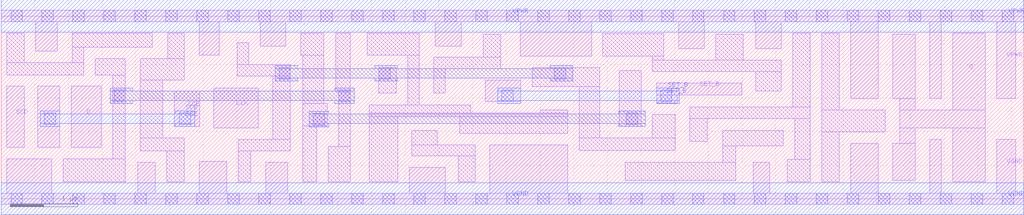
<source format=lef>
# Copyright 2020 The SkyWater PDK Authors
#
# Licensed under the Apache License, Version 2.0 (the "License");
# you may not use this file except in compliance with the License.
# You may obtain a copy of the License at
#
#     https://www.apache.org/licenses/LICENSE-2.0
#
# Unless required by applicable law or agreed to in writing, software
# distributed under the License is distributed on an "AS IS" BASIS,
# WITHOUT WARRANTIES OR CONDITIONS OF ANY KIND, either express or implied.
# See the License for the specific language governing permissions and
# limitations under the License.
#
# SPDX-License-Identifier: Apache-2.0

VERSION 5.7 ;
  NAMESCASESENSITIVE ON ;
  NOWIREEXTENSIONATPIN ON ;
  DIVIDERCHAR "/" ;
  BUSBITCHARS "[]" ;
UNITS
  DATABASE MICRONS 200 ;
END UNITS
PROPERTYDEFINITIONS
  MACRO maskLayoutSubType STRING ;
  MACRO prCellType STRING ;
  MACRO originalViewName STRING ;
END PROPERTYDEFINITIONS
MACRO sky130_fd_sc_hdll__sdfstp_4
  CLASS CORE ;
  FOREIGN sky130_fd_sc_hdll__sdfstp_4 ;
  ORIGIN  0.000000  0.000000 ;
  SIZE  15.18000 BY  2.720000 ;
  SYMMETRY X Y R90 ;
  SITE unithd ;
  PIN CLK
    ANTENNAGATEAREA  0.178200 ;
    DIRECTION INPUT ;
    USE SIGNAL ;
    PORT
      LAYER li1 ;
        RECT 3.155000 1.055000 3.815000 1.650000 ;
    END
  END CLK
  PIN D
    ANTENNAGATEAREA  0.178200 ;
    DIRECTION INPUT ;
    USE SIGNAL ;
    PORT
      LAYER li1 ;
        RECT 1.040000 0.765000 1.485000 1.675000 ;
    END
  END D
  PIN Q
    ANTENNADIFFAREA  0.996000 ;
    DIRECTION OUTPUT ;
    USE SIGNAL ;
    PORT
      LAYER li1 ;
        RECT 13.240000 0.275000 13.570000 0.825000 ;
        RECT 13.240000 1.495000 13.570000 2.450000 ;
        RECT 13.345000 0.825000 13.570000 1.055000 ;
        RECT 13.345000 1.055000 14.610000 1.325000 ;
        RECT 13.345000 1.325000 13.570000 1.495000 ;
        RECT 14.130000 0.255000 14.610000 1.055000 ;
        RECT 14.130000 1.325000 14.610000 2.465000 ;
    END
  END Q
  PIN SCD
    ANTENNAGATEAREA  0.178200 ;
    DIRECTION INPUT ;
    USE SIGNAL ;
    PORT
      LAYER li1 ;
        RECT 0.085000 0.765000 0.340000 1.675000 ;
    END
  END SCD
  PIN SCE
    ANTENNAGATEAREA  0.356400 ;
    DIRECTION INPUT ;
    USE SIGNAL ;
    PORT
      LAYER li1 ;
        RECT 0.540000 0.765000 0.870000 1.675000 ;
        RECT 2.570000 1.075000 2.950000 1.600000 ;
      LAYER mcon ;
        RECT 0.640000 1.105000 0.810000 1.275000 ;
        RECT 2.645000 1.105000 2.815000 1.275000 ;
      LAYER met1 ;
        RECT 0.580000 1.075000 0.870000 1.120000 ;
        RECT 0.580000 1.120000 2.875000 1.260000 ;
        RECT 0.580000 1.260000 0.870000 1.305000 ;
        RECT 2.585000 1.075000 2.875000 1.120000 ;
        RECT 2.585000 1.260000 2.875000 1.305000 ;
    END
  END SCE
  PIN SET_B
    ANTENNAGATEAREA  0.277200 ;
    DIRECTION INPUT ;
    USE SIGNAL ;
    PORT
      LAYER li1 ;
        RECT 7.190000 1.445000  7.715000 1.765000 ;
        RECT 9.730000 1.425000 10.035000 1.545000 ;
        RECT 9.730000 1.545000 10.995000 1.725000 ;
      LAYER mcon ;
        RECT 7.435000 1.445000 7.605000 1.615000 ;
        RECT 9.790000 1.445000 9.960000 1.615000 ;
      LAYER met1 ;
        RECT 7.375000 1.415000  7.715000 1.460000 ;
        RECT 7.375000 1.460000 10.070000 1.600000 ;
        RECT 7.375000 1.600000  7.715000 1.645000 ;
        RECT 9.730000 1.415000 10.070000 1.460000 ;
        RECT 9.730000 1.600000 10.070000 1.645000 ;
    END
  END SET_B
  PIN VGND
    DIRECTION INOUT ;
    USE GROUND ;
    PORT
      LAYER li1 ;
        RECT  0.000000 -0.085000 15.180000 0.085000 ;
        RECT  0.085000  0.085000  0.750000 0.595000 ;
        RECT  2.025000  0.085000  2.290000 0.545000 ;
        RECT  2.940000  0.085000  3.350000 0.555000 ;
        RECT  3.925000  0.085000  4.255000 0.545000 ;
        RECT  6.060000  0.085000  6.595000 0.465000 ;
        RECT  7.255000  0.085000  8.415000 0.805000 ;
        RECT 11.165000  0.085000 11.415000 0.545000 ;
        RECT 12.615000  0.085000 13.020000 0.825000 ;
        RECT 13.790000  0.085000 13.960000 0.885000 ;
        RECT 14.780000  0.085000 15.065000 0.885000 ;
      LAYER mcon ;
        RECT  0.145000 -0.085000  0.315000 0.085000 ;
        RECT  0.605000 -0.085000  0.775000 0.085000 ;
        RECT  1.065000 -0.085000  1.235000 0.085000 ;
        RECT  1.525000 -0.085000  1.695000 0.085000 ;
        RECT  1.985000 -0.085000  2.155000 0.085000 ;
        RECT  2.445000 -0.085000  2.615000 0.085000 ;
        RECT  2.905000 -0.085000  3.075000 0.085000 ;
        RECT  3.365000 -0.085000  3.535000 0.085000 ;
        RECT  3.825000 -0.085000  3.995000 0.085000 ;
        RECT  4.285000 -0.085000  4.455000 0.085000 ;
        RECT  4.745000 -0.085000  4.915000 0.085000 ;
        RECT  5.205000 -0.085000  5.375000 0.085000 ;
        RECT  5.665000 -0.085000  5.835000 0.085000 ;
        RECT  6.125000 -0.085000  6.295000 0.085000 ;
        RECT  6.585000 -0.085000  6.755000 0.085000 ;
        RECT  7.045000 -0.085000  7.215000 0.085000 ;
        RECT  7.505000 -0.085000  7.675000 0.085000 ;
        RECT  7.965000 -0.085000  8.135000 0.085000 ;
        RECT  8.425000 -0.085000  8.595000 0.085000 ;
        RECT  8.885000 -0.085000  9.055000 0.085000 ;
        RECT  9.345000 -0.085000  9.515000 0.085000 ;
        RECT  9.805000 -0.085000  9.975000 0.085000 ;
        RECT 10.265000 -0.085000 10.435000 0.085000 ;
        RECT 10.725000 -0.085000 10.895000 0.085000 ;
        RECT 11.185000 -0.085000 11.355000 0.085000 ;
        RECT 11.645000 -0.085000 11.815000 0.085000 ;
        RECT 12.105000 -0.085000 12.275000 0.085000 ;
        RECT 12.565000 -0.085000 12.735000 0.085000 ;
        RECT 13.025000 -0.085000 13.195000 0.085000 ;
        RECT 13.485000 -0.085000 13.655000 0.085000 ;
        RECT 13.945000 -0.085000 14.115000 0.085000 ;
        RECT 14.405000 -0.085000 14.575000 0.085000 ;
        RECT 14.865000 -0.085000 15.035000 0.085000 ;
      LAYER met1 ;
        RECT 0.000000 -0.240000 15.180000 0.240000 ;
    END
  END VGND
  PIN VPWR
    DIRECTION INOUT ;
    USE POWER ;
    PORT
      LAYER li1 ;
        RECT  0.000000 2.635000 15.180000 2.805000 ;
        RECT  0.515000 2.195000  0.835000 2.635000 ;
        RECT  2.940000 2.140000  3.235000 2.635000 ;
        RECT  3.845000 2.275000  4.225000 2.635000 ;
        RECT  6.445000 2.275000  6.830000 2.635000 ;
        RECT  7.710000 2.125000  8.765000 2.635000 ;
        RECT 10.060000 2.235000 10.440000 2.635000 ;
        RECT 11.205000 2.235000 11.585000 2.635000 ;
        RECT 12.615000 1.495000 13.020000 2.635000 ;
        RECT 13.790000 1.495000 13.960000 2.635000 ;
        RECT 14.780000 1.495000 15.065000 2.635000 ;
      LAYER mcon ;
        RECT  0.145000 2.635000  0.315000 2.805000 ;
        RECT  0.605000 2.635000  0.775000 2.805000 ;
        RECT  1.065000 2.635000  1.235000 2.805000 ;
        RECT  1.525000 2.635000  1.695000 2.805000 ;
        RECT  1.985000 2.635000  2.155000 2.805000 ;
        RECT  2.445000 2.635000  2.615000 2.805000 ;
        RECT  2.905000 2.635000  3.075000 2.805000 ;
        RECT  3.365000 2.635000  3.535000 2.805000 ;
        RECT  3.825000 2.635000  3.995000 2.805000 ;
        RECT  4.285000 2.635000  4.455000 2.805000 ;
        RECT  4.745000 2.635000  4.915000 2.805000 ;
        RECT  5.205000 2.635000  5.375000 2.805000 ;
        RECT  5.665000 2.635000  5.835000 2.805000 ;
        RECT  6.125000 2.635000  6.295000 2.805000 ;
        RECT  6.585000 2.635000  6.755000 2.805000 ;
        RECT  7.045000 2.635000  7.215000 2.805000 ;
        RECT  7.505000 2.635000  7.675000 2.805000 ;
        RECT  7.965000 2.635000  8.135000 2.805000 ;
        RECT  8.425000 2.635000  8.595000 2.805000 ;
        RECT  8.885000 2.635000  9.055000 2.805000 ;
        RECT  9.345000 2.635000  9.515000 2.805000 ;
        RECT  9.805000 2.635000  9.975000 2.805000 ;
        RECT 10.265000 2.635000 10.435000 2.805000 ;
        RECT 10.725000 2.635000 10.895000 2.805000 ;
        RECT 11.185000 2.635000 11.355000 2.805000 ;
        RECT 11.645000 2.635000 11.815000 2.805000 ;
        RECT 12.105000 2.635000 12.275000 2.805000 ;
        RECT 12.565000 2.635000 12.735000 2.805000 ;
        RECT 13.025000 2.635000 13.195000 2.805000 ;
        RECT 13.485000 2.635000 13.655000 2.805000 ;
        RECT 13.945000 2.635000 14.115000 2.805000 ;
        RECT 14.405000 2.635000 14.575000 2.805000 ;
        RECT 14.865000 2.635000 15.035000 2.805000 ;
      LAYER met1 ;
        RECT 0.000000 2.480000 15.180000 2.960000 ;
    END
  END VPWR
  OBS
    LAYER li1 ;
      RECT  0.085000 1.845000  1.225000 2.025000 ;
      RECT  0.085000 2.025000  0.345000 2.465000 ;
      RECT  0.920000 0.255000  1.845000 0.595000 ;
      RECT  1.055000 2.025000  1.225000 2.255000 ;
      RECT  1.055000 2.255000  2.245000 2.465000 ;
      RECT  1.395000 1.845000  1.845000 2.085000 ;
      RECT  1.655000 0.595000  1.845000 1.845000 ;
      RECT  2.065000 0.715000  2.720000 0.905000 ;
      RECT  2.065000 0.905000  2.400000 1.770000 ;
      RECT  2.065000 1.770000  2.720000 2.085000 ;
      RECT  2.460000 0.255000  2.720000 0.715000 ;
      RECT  2.470000 2.085000  2.720000 2.465000 ;
      RECT  3.505000 1.830000  4.295000 2.000000 ;
      RECT  3.505000 2.000000  3.675000 2.325000 ;
      RECT  3.520000 0.255000  3.705000 0.715000 ;
      RECT  3.520000 0.715000  4.295000 0.885000 ;
      RECT  4.035000 0.885000  4.295000 1.830000 ;
      RECT  4.445000 2.135000  4.790000 2.465000 ;
      RECT  4.475000 0.255000  4.685000 1.085000 ;
      RECT  4.475000 1.085000  4.840000 1.420000 ;
      RECT  4.475000 1.420000  4.790000 2.135000 ;
      RECT  4.855000 0.255000  5.180000 0.780000 ;
      RECT  4.965000 1.590000  5.180000 2.465000 ;
      RECT  5.010000 0.780000  5.180000 1.590000 ;
      RECT  5.435000 2.135000  6.205000 2.465000 ;
      RECT  5.465000 0.255000  5.890000 1.225000 ;
      RECT  5.465000 1.225000  8.415000 1.275000 ;
      RECT  5.465000 1.275000  6.975000 1.395000 ;
      RECT  5.605000 1.575000  5.865000 1.955000 ;
      RECT  6.035000 1.395000  6.205000 2.135000 ;
      RECT  6.095000 0.635000  7.035000 0.805000 ;
      RECT  6.095000 0.805000  6.475000 1.015000 ;
      RECT  6.425000 1.575000  6.595000 1.935000 ;
      RECT  6.425000 1.935000  7.420000 2.105000 ;
      RECT  6.785000 0.255000  7.035000 0.635000 ;
      RECT  6.805000 0.975000  8.415000 1.225000 ;
      RECT  7.155000 2.105000  7.420000 2.450000 ;
      RECT  7.885000 1.670000  8.885000 1.955000 ;
      RECT  8.005000 1.275000  8.415000 1.325000 ;
      RECT  8.585000 0.720000 10.005000 0.905000 ;
      RECT  8.585000 0.905000  8.885000 1.670000 ;
      RECT  8.935000 2.125000  9.840000 2.460000 ;
      RECT  9.175000 1.075000  9.500000 1.905000 ;
      RECT  9.265000 0.275000 10.910000 0.545000 ;
      RECT  9.670000 0.905000 10.005000 1.255000 ;
      RECT  9.670000 1.895000 11.585000 2.065000 ;
      RECT  9.670000 2.065000  9.840000 2.125000 ;
      RECT 10.220000 0.855000 10.480000 1.195000 ;
      RECT 10.220000 1.195000 12.015000 1.365000 ;
      RECT 10.610000 2.065000 11.015000 2.450000 ;
      RECT 10.710000 0.545000 10.910000 0.785000 ;
      RECT 10.710000 0.785000 11.615000 1.015000 ;
      RECT 11.205000 1.605000 11.585000 1.895000 ;
      RECT 11.675000 0.255000 12.015000 0.585000 ;
      RECT 11.755000 1.365000 12.015000 2.465000 ;
      RECT 11.785000 0.585000 12.015000 1.195000 ;
      RECT 12.185000 0.255000 12.445000 0.995000 ;
      RECT 12.185000 0.995000 13.125000 1.325000 ;
      RECT 12.185000 1.325000 12.445000 2.465000 ;
    LAYER mcon ;
      RECT 1.675000 1.445000 1.845000 1.615000 ;
      RECT 4.125000 1.785000 4.295000 1.955000 ;
      RECT 4.635000 1.100000 4.805000 1.270000 ;
      RECT 5.010000 1.445000 5.180000 1.615000 ;
      RECT 5.605000 1.785000 5.775000 1.955000 ;
      RECT 8.210000 1.785000 8.380000 1.955000 ;
      RECT 9.280000 1.105000 9.450000 1.275000 ;
    LAYER met1 ;
      RECT 1.615000 1.415000 1.955000 1.460000 ;
      RECT 1.615000 1.460000 5.240000 1.600000 ;
      RECT 1.615000 1.600000 1.955000 1.645000 ;
      RECT 4.065000 1.755000 4.405000 1.800000 ;
      RECT 4.065000 1.800000 8.490000 1.940000 ;
      RECT 4.065000 1.940000 4.405000 1.985000 ;
      RECT 4.575000 1.070000 4.865000 1.120000 ;
      RECT 4.575000 1.120000 9.560000 1.260000 ;
      RECT 4.575000 1.260000 4.865000 1.300000 ;
      RECT 4.950000 1.415000 5.240000 1.460000 ;
      RECT 4.950000 1.600000 5.240000 1.645000 ;
      RECT 5.545000 1.755000 5.885000 1.800000 ;
      RECT 5.545000 1.940000 5.885000 1.985000 ;
      RECT 8.150000 1.755000 8.490000 1.800000 ;
      RECT 8.150000 1.940000 8.490000 1.985000 ;
      RECT 9.170000 1.075000 9.560000 1.120000 ;
      RECT 9.170000 1.260000 9.560000 1.305000 ;
  END
  PROPERTY maskLayoutSubType "abstract" ;
  PROPERTY prCellType "standard" ;
  PROPERTY originalViewName "layout" ;
END sky130_fd_sc_hdll__sdfstp_4

</source>
